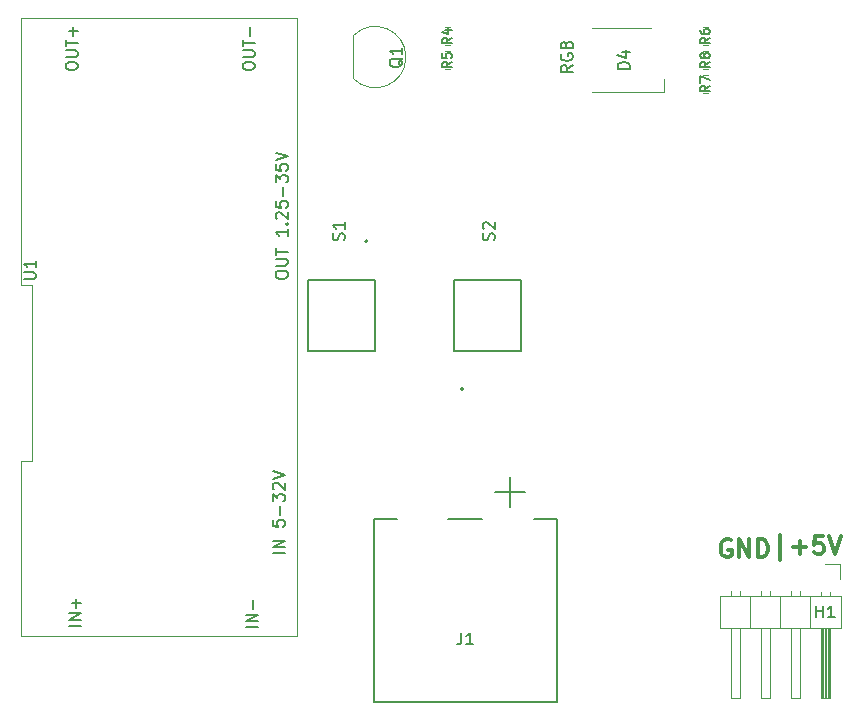
<source format=gbr>
%TF.GenerationSoftware,KiCad,Pcbnew,(5.1.10)-1*%
%TF.CreationDate,2021-10-24T16:06:26+08:00*%
%TF.ProjectId,M1W,4d31572e-6b69-4636-9164-5f7063625858,rev?*%
%TF.SameCoordinates,Original*%
%TF.FileFunction,Legend,Top*%
%TF.FilePolarity,Positive*%
%FSLAX46Y46*%
G04 Gerber Fmt 4.6, Leading zero omitted, Abs format (unit mm)*
G04 Created by KiCad (PCBNEW (5.1.10)-1) date 2021-10-24 16:06:26*
%MOMM*%
%LPD*%
G01*
G04 APERTURE LIST*
%ADD10C,0.150000*%
%ADD11C,0.300000*%
%ADD12C,0.120000*%
%ADD13C,0.127000*%
%ADD14C,0.200000*%
G04 APERTURE END LIST*
D10*
X220670380Y-97464476D02*
X220194190Y-97797809D01*
X220670380Y-98035904D02*
X219670380Y-98035904D01*
X219670380Y-97654952D01*
X219718000Y-97559714D01*
X219765619Y-97512095D01*
X219860857Y-97464476D01*
X220003714Y-97464476D01*
X220098952Y-97512095D01*
X220146571Y-97559714D01*
X220194190Y-97654952D01*
X220194190Y-98035904D01*
X219718000Y-96512095D02*
X219670380Y-96607333D01*
X219670380Y-96750190D01*
X219718000Y-96893047D01*
X219813238Y-96988285D01*
X219908476Y-97035904D01*
X220098952Y-97083523D01*
X220241809Y-97083523D01*
X220432285Y-97035904D01*
X220527523Y-96988285D01*
X220622761Y-96893047D01*
X220670380Y-96750190D01*
X220670380Y-96654952D01*
X220622761Y-96512095D01*
X220575142Y-96464476D01*
X220241809Y-96464476D01*
X220241809Y-96654952D01*
X220146571Y-95702571D02*
X220194190Y-95559714D01*
X220241809Y-95512095D01*
X220337047Y-95464476D01*
X220479904Y-95464476D01*
X220575142Y-95512095D01*
X220622761Y-95559714D01*
X220670380Y-95654952D01*
X220670380Y-96035904D01*
X219670380Y-96035904D01*
X219670380Y-95702571D01*
X219718000Y-95607333D01*
X219765619Y-95559714D01*
X219860857Y-95512095D01*
X219956095Y-95512095D01*
X220051333Y-95559714D01*
X220098952Y-95607333D01*
X220146571Y-95702571D01*
X220146571Y-96035904D01*
D11*
X234061142Y-137680000D02*
X233918285Y-137608571D01*
X233704000Y-137608571D01*
X233489714Y-137680000D01*
X233346857Y-137822857D01*
X233275428Y-137965714D01*
X233204000Y-138251428D01*
X233204000Y-138465714D01*
X233275428Y-138751428D01*
X233346857Y-138894285D01*
X233489714Y-139037142D01*
X233704000Y-139108571D01*
X233846857Y-139108571D01*
X234061142Y-139037142D01*
X234132571Y-138965714D01*
X234132571Y-138465714D01*
X233846857Y-138465714D01*
X234775428Y-139108571D02*
X234775428Y-137608571D01*
X235632571Y-139108571D01*
X235632571Y-137608571D01*
X236346857Y-139108571D02*
X236346857Y-137608571D01*
X236704000Y-137608571D01*
X236918285Y-137680000D01*
X237061142Y-137822857D01*
X237132571Y-137965714D01*
X237204000Y-138251428D01*
X237204000Y-138465714D01*
X237132571Y-138751428D01*
X237061142Y-138894285D01*
X236918285Y-139037142D01*
X236704000Y-139108571D01*
X236346857Y-139108571D01*
X238252285Y-139354571D02*
X238252285Y-137211714D01*
X239323714Y-138283142D02*
X240466571Y-138283142D01*
X239895142Y-138854571D02*
X239895142Y-137711714D01*
X241895142Y-137354571D02*
X241180857Y-137354571D01*
X241109428Y-138068857D01*
X241180857Y-137997428D01*
X241323714Y-137926000D01*
X241680857Y-137926000D01*
X241823714Y-137997428D01*
X241895142Y-138068857D01*
X241966571Y-138211714D01*
X241966571Y-138568857D01*
X241895142Y-138711714D01*
X241823714Y-138783142D01*
X241680857Y-138854571D01*
X241323714Y-138854571D01*
X241180857Y-138783142D01*
X241109428Y-138711714D01*
X242395142Y-137354571D02*
X242895142Y-138854571D01*
X243395142Y-137354571D01*
D12*
%TO.C,R8*%
X231674936Y-96293000D02*
X232129064Y-96293000D01*
X231674936Y-97763000D02*
X232129064Y-97763000D01*
%TO.C,R7*%
X231674936Y-98325000D02*
X232129064Y-98325000D01*
X231674936Y-99795000D02*
X232129064Y-99795000D01*
%TO.C,R6*%
X231674936Y-94261000D02*
X232129064Y-94261000D01*
X231674936Y-95731000D02*
X232129064Y-95731000D01*
%TO.C,R5*%
X209830936Y-96293000D02*
X210285064Y-96293000D01*
X209830936Y-97763000D02*
X210285064Y-97763000D01*
%TO.C,R4*%
X209830936Y-94261000D02*
X210285064Y-94261000D01*
X209830936Y-95731000D02*
X210285064Y-95731000D01*
%TO.C,Q1*%
X202123522Y-98612478D02*
G75*
G03*
X206562000Y-96774000I1838478J1838478D01*
G01*
X202123522Y-94935522D02*
G75*
G02*
X206562000Y-96774000I1838478J-1838478D01*
G01*
X202112000Y-94974000D02*
X202112000Y-98574000D01*
D13*
%TO.C,J1*%
X219332000Y-135914000D02*
X217360000Y-135914000D01*
X203832000Y-135914000D02*
X205804000Y-135914000D01*
X213004000Y-135914000D02*
X210160000Y-135914000D01*
X219332000Y-151384000D02*
X219332000Y-135914000D01*
X203832000Y-135914000D02*
X203835000Y-151384000D01*
X203829000Y-151384000D02*
X219329000Y-151384000D01*
X214122000Y-133604000D02*
X215392000Y-133604000D01*
X215392000Y-133604000D02*
X215392000Y-132334000D01*
X216662000Y-133604000D02*
X215392000Y-133604000D01*
X215392000Y-133604000D02*
X215392000Y-134874000D01*
D12*
%TO.C,H1*%
X243392000Y-142410000D02*
X233112000Y-142410000D01*
X233112000Y-142410000D02*
X233112000Y-145070000D01*
X233112000Y-145070000D02*
X243392000Y-145070000D01*
X243392000Y-145070000D02*
X243392000Y-142410000D01*
X242442000Y-145070000D02*
X242442000Y-151070000D01*
X242442000Y-151070000D02*
X241682000Y-151070000D01*
X241682000Y-151070000D02*
X241682000Y-145070000D01*
X242382000Y-145070000D02*
X242382000Y-151070000D01*
X242262000Y-145070000D02*
X242262000Y-151070000D01*
X242142000Y-145070000D02*
X242142000Y-151070000D01*
X242022000Y-145070000D02*
X242022000Y-151070000D01*
X241902000Y-145070000D02*
X241902000Y-151070000D01*
X241782000Y-145070000D02*
X241782000Y-151070000D01*
X242442000Y-142080000D02*
X242442000Y-142410000D01*
X241682000Y-142080000D02*
X241682000Y-142410000D01*
X240792000Y-142410000D02*
X240792000Y-145070000D01*
X239902000Y-145070000D02*
X239902000Y-151070000D01*
X239902000Y-151070000D02*
X239142000Y-151070000D01*
X239142000Y-151070000D02*
X239142000Y-145070000D01*
X239902000Y-142012929D02*
X239902000Y-142410000D01*
X239142000Y-142012929D02*
X239142000Y-142410000D01*
X238252000Y-142410000D02*
X238252000Y-145070000D01*
X237362000Y-145070000D02*
X237362000Y-151070000D01*
X237362000Y-151070000D02*
X236602000Y-151070000D01*
X236602000Y-151070000D02*
X236602000Y-145070000D01*
X237362000Y-142012929D02*
X237362000Y-142410000D01*
X236602000Y-142012929D02*
X236602000Y-142410000D01*
X235712000Y-142410000D02*
X235712000Y-145070000D01*
X234822000Y-145070000D02*
X234822000Y-151070000D01*
X234822000Y-151070000D02*
X234062000Y-151070000D01*
X234062000Y-151070000D02*
X234062000Y-145070000D01*
X234822000Y-142012929D02*
X234822000Y-142410000D01*
X234062000Y-142012929D02*
X234062000Y-142410000D01*
X242062000Y-139700000D02*
X243332000Y-139700000D01*
X243332000Y-139700000D02*
X243332000Y-140970000D01*
%TO.C,D4*%
X228390000Y-99728000D02*
X222290000Y-99728000D01*
X228390000Y-98628000D02*
X228390000Y-99728000D01*
X222290000Y-94328000D02*
X227290000Y-94328000D01*
D13*
%TO.C,S2*%
X210614000Y-115618000D02*
X216281000Y-115618000D01*
X216281000Y-115618000D02*
X216281000Y-121618000D01*
X216281000Y-121618000D02*
X210614000Y-121618000D01*
X210614000Y-115618000D02*
X210614000Y-121618000D01*
D14*
X211414000Y-124868000D02*
G75*
G03*
X211414000Y-124868000I-100000J0D01*
G01*
D13*
%TO.C,S1*%
X203914000Y-121618000D02*
X198247000Y-121618000D01*
X198247000Y-121618000D02*
X198247000Y-115618000D01*
X198247000Y-115618000D02*
X203914000Y-115618000D01*
X203914000Y-121618000D02*
X203914000Y-115618000D01*
D14*
X203314000Y-112368000D02*
G75*
G03*
X203314000Y-112368000I-100000J0D01*
G01*
D12*
%TO.C,U1*%
X173990000Y-145821000D02*
X197368999Y-145821000D01*
X197368999Y-145821000D02*
X197358000Y-93472000D01*
X197358000Y-93472000D02*
X174001000Y-93472000D01*
X174001000Y-93472000D02*
X173990000Y-116078000D01*
X174879000Y-116078000D02*
X173990000Y-116078000D01*
X174879000Y-116078000D02*
X174879000Y-130937000D01*
X173990000Y-130937000D02*
X174879000Y-130937000D01*
X173990000Y-130937000D02*
X173990000Y-145821000D01*
%TO.C,R8*%
D10*
X232263904Y-97161333D02*
X231882952Y-97428000D01*
X232263904Y-97618476D02*
X231463904Y-97618476D01*
X231463904Y-97313714D01*
X231502000Y-97237523D01*
X231540095Y-97199428D01*
X231616285Y-97161333D01*
X231730571Y-97161333D01*
X231806761Y-97199428D01*
X231844857Y-97237523D01*
X231882952Y-97313714D01*
X231882952Y-97618476D01*
X231806761Y-96704190D02*
X231768666Y-96780380D01*
X231730571Y-96818476D01*
X231654380Y-96856571D01*
X231616285Y-96856571D01*
X231540095Y-96818476D01*
X231502000Y-96780380D01*
X231463904Y-96704190D01*
X231463904Y-96551809D01*
X231502000Y-96475619D01*
X231540095Y-96437523D01*
X231616285Y-96399428D01*
X231654380Y-96399428D01*
X231730571Y-96437523D01*
X231768666Y-96475619D01*
X231806761Y-96551809D01*
X231806761Y-96704190D01*
X231844857Y-96780380D01*
X231882952Y-96818476D01*
X231959142Y-96856571D01*
X232111523Y-96856571D01*
X232187714Y-96818476D01*
X232225809Y-96780380D01*
X232263904Y-96704190D01*
X232263904Y-96551809D01*
X232225809Y-96475619D01*
X232187714Y-96437523D01*
X232111523Y-96399428D01*
X231959142Y-96399428D01*
X231882952Y-96437523D01*
X231844857Y-96475619D01*
X231806761Y-96551809D01*
%TO.C,R7*%
X232263904Y-99193333D02*
X231882952Y-99460000D01*
X232263904Y-99650476D02*
X231463904Y-99650476D01*
X231463904Y-99345714D01*
X231502000Y-99269523D01*
X231540095Y-99231428D01*
X231616285Y-99193333D01*
X231730571Y-99193333D01*
X231806761Y-99231428D01*
X231844857Y-99269523D01*
X231882952Y-99345714D01*
X231882952Y-99650476D01*
X231463904Y-98926666D02*
X231463904Y-98393333D01*
X232263904Y-98736190D01*
%TO.C,R6*%
X232263904Y-95129333D02*
X231882952Y-95396000D01*
X232263904Y-95586476D02*
X231463904Y-95586476D01*
X231463904Y-95281714D01*
X231502000Y-95205523D01*
X231540095Y-95167428D01*
X231616285Y-95129333D01*
X231730571Y-95129333D01*
X231806761Y-95167428D01*
X231844857Y-95205523D01*
X231882952Y-95281714D01*
X231882952Y-95586476D01*
X231463904Y-94443619D02*
X231463904Y-94596000D01*
X231502000Y-94672190D01*
X231540095Y-94710285D01*
X231654380Y-94786476D01*
X231806761Y-94824571D01*
X232111523Y-94824571D01*
X232187714Y-94786476D01*
X232225809Y-94748380D01*
X232263904Y-94672190D01*
X232263904Y-94519809D01*
X232225809Y-94443619D01*
X232187714Y-94405523D01*
X232111523Y-94367428D01*
X231921047Y-94367428D01*
X231844857Y-94405523D01*
X231806761Y-94443619D01*
X231768666Y-94519809D01*
X231768666Y-94672190D01*
X231806761Y-94748380D01*
X231844857Y-94786476D01*
X231921047Y-94824571D01*
%TO.C,R5*%
X210419904Y-97161333D02*
X210038952Y-97428000D01*
X210419904Y-97618476D02*
X209619904Y-97618476D01*
X209619904Y-97313714D01*
X209658000Y-97237523D01*
X209696095Y-97199428D01*
X209772285Y-97161333D01*
X209886571Y-97161333D01*
X209962761Y-97199428D01*
X210000857Y-97237523D01*
X210038952Y-97313714D01*
X210038952Y-97618476D01*
X209619904Y-96437523D02*
X209619904Y-96818476D01*
X210000857Y-96856571D01*
X209962761Y-96818476D01*
X209924666Y-96742285D01*
X209924666Y-96551809D01*
X209962761Y-96475619D01*
X210000857Y-96437523D01*
X210077047Y-96399428D01*
X210267523Y-96399428D01*
X210343714Y-96437523D01*
X210381809Y-96475619D01*
X210419904Y-96551809D01*
X210419904Y-96742285D01*
X210381809Y-96818476D01*
X210343714Y-96856571D01*
%TO.C,R4*%
X210419904Y-95129333D02*
X210038952Y-95396000D01*
X210419904Y-95586476D02*
X209619904Y-95586476D01*
X209619904Y-95281714D01*
X209658000Y-95205523D01*
X209696095Y-95167428D01*
X209772285Y-95129333D01*
X209886571Y-95129333D01*
X209962761Y-95167428D01*
X210000857Y-95205523D01*
X210038952Y-95281714D01*
X210038952Y-95586476D01*
X209886571Y-94443619D02*
X210419904Y-94443619D01*
X209581809Y-94634095D02*
X210153238Y-94824571D01*
X210153238Y-94329333D01*
%TO.C,Q1*%
X206287619Y-96869238D02*
X206240000Y-96964476D01*
X206144761Y-97059714D01*
X206001904Y-97202571D01*
X205954285Y-97297809D01*
X205954285Y-97393047D01*
X206192380Y-97345428D02*
X206144761Y-97440666D01*
X206049523Y-97535904D01*
X205859047Y-97583523D01*
X205525714Y-97583523D01*
X205335238Y-97535904D01*
X205240000Y-97440666D01*
X205192380Y-97345428D01*
X205192380Y-97154952D01*
X205240000Y-97059714D01*
X205335238Y-96964476D01*
X205525714Y-96916857D01*
X205859047Y-96916857D01*
X206049523Y-96964476D01*
X206144761Y-97059714D01*
X206192380Y-97154952D01*
X206192380Y-97345428D01*
X206192380Y-95964476D02*
X206192380Y-96535904D01*
X206192380Y-96250190D02*
X205192380Y-96250190D01*
X205335238Y-96345428D01*
X205430476Y-96440666D01*
X205478095Y-96535904D01*
%TO.C,J1*%
X211248519Y-145502139D02*
X211248519Y-146216740D01*
X211200879Y-146359660D01*
X211105599Y-146454940D01*
X210962679Y-146502580D01*
X210867399Y-146502580D01*
X212248960Y-146502580D02*
X211677280Y-146502580D01*
X211963120Y-146502580D02*
X211963120Y-145502139D01*
X211867840Y-145645059D01*
X211772560Y-145740339D01*
X211677280Y-145787979D01*
%TO.C,H1*%
X241300095Y-144216380D02*
X241300095Y-143216380D01*
X241300095Y-143692571D02*
X241871523Y-143692571D01*
X241871523Y-144216380D02*
X241871523Y-143216380D01*
X242871523Y-144216380D02*
X242300095Y-144216380D01*
X242585809Y-144216380D02*
X242585809Y-143216380D01*
X242490571Y-143359238D01*
X242395333Y-143454476D01*
X242300095Y-143502095D01*
%TO.C,D4*%
X225496380Y-97766095D02*
X224496380Y-97766095D01*
X224496380Y-97528000D01*
X224544000Y-97385142D01*
X224639238Y-97289904D01*
X224734476Y-97242285D01*
X224924952Y-97194666D01*
X225067809Y-97194666D01*
X225258285Y-97242285D01*
X225353523Y-97289904D01*
X225448761Y-97385142D01*
X225496380Y-97528000D01*
X225496380Y-97766095D01*
X224829714Y-96337523D02*
X225496380Y-96337523D01*
X224448761Y-96575619D02*
X225163047Y-96813714D01*
X225163047Y-96194666D01*
%TO.C,S2*%
X214018761Y-112267904D02*
X214066380Y-112125047D01*
X214066380Y-111886952D01*
X214018761Y-111791714D01*
X213971142Y-111744095D01*
X213875904Y-111696476D01*
X213780666Y-111696476D01*
X213685428Y-111744095D01*
X213637809Y-111791714D01*
X213590190Y-111886952D01*
X213542571Y-112077428D01*
X213494952Y-112172666D01*
X213447333Y-112220285D01*
X213352095Y-112267904D01*
X213256857Y-112267904D01*
X213161619Y-112220285D01*
X213114000Y-112172666D01*
X213066380Y-112077428D01*
X213066380Y-111839333D01*
X213114000Y-111696476D01*
X213161619Y-111315523D02*
X213114000Y-111267904D01*
X213066380Y-111172666D01*
X213066380Y-110934571D01*
X213114000Y-110839333D01*
X213161619Y-110791714D01*
X213256857Y-110744095D01*
X213352095Y-110744095D01*
X213494952Y-110791714D01*
X214066380Y-111363142D01*
X214066380Y-110744095D01*
%TO.C,S1*%
X201318761Y-112267904D02*
X201366380Y-112125047D01*
X201366380Y-111886952D01*
X201318761Y-111791714D01*
X201271142Y-111744095D01*
X201175904Y-111696476D01*
X201080666Y-111696476D01*
X200985428Y-111744095D01*
X200937809Y-111791714D01*
X200890190Y-111886952D01*
X200842571Y-112077428D01*
X200794952Y-112172666D01*
X200747333Y-112220285D01*
X200652095Y-112267904D01*
X200556857Y-112267904D01*
X200461619Y-112220285D01*
X200414000Y-112172666D01*
X200366380Y-112077428D01*
X200366380Y-111839333D01*
X200414000Y-111696476D01*
X201366380Y-110744095D02*
X201366380Y-111315523D01*
X201366380Y-111029809D02*
X200366380Y-111029809D01*
X200509238Y-111125047D01*
X200604476Y-111220285D01*
X200652095Y-111315523D01*
%TO.C,U1*%
X174204380Y-115569904D02*
X175013904Y-115569904D01*
X175109142Y-115522285D01*
X175156761Y-115474666D01*
X175204380Y-115379428D01*
X175204380Y-115188952D01*
X175156761Y-115093714D01*
X175109142Y-115046095D01*
X175013904Y-114998476D01*
X174204380Y-114998476D01*
X175204380Y-113998476D02*
X175204380Y-114569904D01*
X175204380Y-114284190D02*
X174204380Y-114284190D01*
X174347238Y-114379428D01*
X174442476Y-114474666D01*
X174490095Y-114569904D01*
X195540380Y-115283619D02*
X195540380Y-115093142D01*
X195588000Y-114997904D01*
X195683238Y-114902666D01*
X195873714Y-114855047D01*
X196207047Y-114855047D01*
X196397523Y-114902666D01*
X196492761Y-114997904D01*
X196540380Y-115093142D01*
X196540380Y-115283619D01*
X196492761Y-115378857D01*
X196397523Y-115474095D01*
X196207047Y-115521714D01*
X195873714Y-115521714D01*
X195683238Y-115474095D01*
X195588000Y-115378857D01*
X195540380Y-115283619D01*
X195540380Y-114426476D02*
X196349904Y-114426476D01*
X196445142Y-114378857D01*
X196492761Y-114331238D01*
X196540380Y-114236000D01*
X196540380Y-114045523D01*
X196492761Y-113950285D01*
X196445142Y-113902666D01*
X196349904Y-113855047D01*
X195540380Y-113855047D01*
X195540380Y-113521714D02*
X195540380Y-112950285D01*
X196540380Y-113236000D02*
X195540380Y-113236000D01*
X196540380Y-111331238D02*
X196540380Y-111902666D01*
X196540380Y-111616952D02*
X195540380Y-111616952D01*
X195683238Y-111712190D01*
X195778476Y-111807428D01*
X195826095Y-111902666D01*
X196445142Y-110902666D02*
X196492761Y-110855047D01*
X196540380Y-110902666D01*
X196492761Y-110950285D01*
X196445142Y-110902666D01*
X196540380Y-110902666D01*
X195635619Y-110474095D02*
X195588000Y-110426476D01*
X195540380Y-110331238D01*
X195540380Y-110093142D01*
X195588000Y-109997904D01*
X195635619Y-109950285D01*
X195730857Y-109902666D01*
X195826095Y-109902666D01*
X195968952Y-109950285D01*
X196540380Y-110521714D01*
X196540380Y-109902666D01*
X195540380Y-108997904D02*
X195540380Y-109474095D01*
X196016571Y-109521714D01*
X195968952Y-109474095D01*
X195921333Y-109378857D01*
X195921333Y-109140761D01*
X195968952Y-109045523D01*
X196016571Y-108997904D01*
X196111809Y-108950285D01*
X196349904Y-108950285D01*
X196445142Y-108997904D01*
X196492761Y-109045523D01*
X196540380Y-109140761D01*
X196540380Y-109378857D01*
X196492761Y-109474095D01*
X196445142Y-109521714D01*
X196159428Y-108521714D02*
X196159428Y-107759809D01*
X195540380Y-107378857D02*
X195540380Y-106759809D01*
X195921333Y-107093142D01*
X195921333Y-106950285D01*
X195968952Y-106855047D01*
X196016571Y-106807428D01*
X196111809Y-106759809D01*
X196349904Y-106759809D01*
X196445142Y-106807428D01*
X196492761Y-106855047D01*
X196540380Y-106950285D01*
X196540380Y-107236000D01*
X196492761Y-107331238D01*
X196445142Y-107378857D01*
X195540380Y-105855047D02*
X195540380Y-106331238D01*
X196016571Y-106378857D01*
X195968952Y-106331238D01*
X195921333Y-106236000D01*
X195921333Y-105997904D01*
X195968952Y-105902666D01*
X196016571Y-105855047D01*
X196111809Y-105807428D01*
X196349904Y-105807428D01*
X196445142Y-105855047D01*
X196492761Y-105902666D01*
X196540380Y-105997904D01*
X196540380Y-106236000D01*
X196492761Y-106331238D01*
X196445142Y-106378857D01*
X195540380Y-105521714D02*
X196540380Y-105188380D01*
X195540380Y-104855047D01*
X196286380Y-138762952D02*
X195286380Y-138762952D01*
X196286380Y-138286761D02*
X195286380Y-138286761D01*
X196286380Y-137715333D01*
X195286380Y-137715333D01*
X195286380Y-136001047D02*
X195286380Y-136477238D01*
X195762571Y-136524857D01*
X195714952Y-136477238D01*
X195667333Y-136382000D01*
X195667333Y-136143904D01*
X195714952Y-136048666D01*
X195762571Y-136001047D01*
X195857809Y-135953428D01*
X196095904Y-135953428D01*
X196191142Y-136001047D01*
X196238761Y-136048666D01*
X196286380Y-136143904D01*
X196286380Y-136382000D01*
X196238761Y-136477238D01*
X196191142Y-136524857D01*
X195905428Y-135524857D02*
X195905428Y-134762952D01*
X195286380Y-134382000D02*
X195286380Y-133762952D01*
X195667333Y-134096285D01*
X195667333Y-133953428D01*
X195714952Y-133858190D01*
X195762571Y-133810571D01*
X195857809Y-133762952D01*
X196095904Y-133762952D01*
X196191142Y-133810571D01*
X196238761Y-133858190D01*
X196286380Y-133953428D01*
X196286380Y-134239142D01*
X196238761Y-134334380D01*
X196191142Y-134382000D01*
X195381619Y-133382000D02*
X195334000Y-133334380D01*
X195286380Y-133239142D01*
X195286380Y-133001047D01*
X195334000Y-132905809D01*
X195381619Y-132858190D01*
X195476857Y-132810571D01*
X195572095Y-132810571D01*
X195714952Y-132858190D01*
X196286380Y-133429619D01*
X196286380Y-132810571D01*
X195286380Y-132524857D02*
X196286380Y-132191523D01*
X195286380Y-131858190D01*
X192746380Y-97631047D02*
X192746380Y-97440571D01*
X192794000Y-97345333D01*
X192889238Y-97250095D01*
X193079714Y-97202476D01*
X193413047Y-97202476D01*
X193603523Y-97250095D01*
X193698761Y-97345333D01*
X193746380Y-97440571D01*
X193746380Y-97631047D01*
X193698761Y-97726285D01*
X193603523Y-97821523D01*
X193413047Y-97869142D01*
X193079714Y-97869142D01*
X192889238Y-97821523D01*
X192794000Y-97726285D01*
X192746380Y-97631047D01*
X192746380Y-96773904D02*
X193555904Y-96773904D01*
X193651142Y-96726285D01*
X193698761Y-96678666D01*
X193746380Y-96583428D01*
X193746380Y-96392952D01*
X193698761Y-96297714D01*
X193651142Y-96250095D01*
X193555904Y-96202476D01*
X192746380Y-96202476D01*
X192746380Y-95869142D02*
X192746380Y-95297714D01*
X193746380Y-95583428D02*
X192746380Y-95583428D01*
X193365428Y-94964380D02*
X193365428Y-94202476D01*
X177760380Y-97631047D02*
X177760380Y-97440571D01*
X177808000Y-97345333D01*
X177903238Y-97250095D01*
X178093714Y-97202476D01*
X178427047Y-97202476D01*
X178617523Y-97250095D01*
X178712761Y-97345333D01*
X178760380Y-97440571D01*
X178760380Y-97631047D01*
X178712761Y-97726285D01*
X178617523Y-97821523D01*
X178427047Y-97869142D01*
X178093714Y-97869142D01*
X177903238Y-97821523D01*
X177808000Y-97726285D01*
X177760380Y-97631047D01*
X177760380Y-96773904D02*
X178569904Y-96773904D01*
X178665142Y-96726285D01*
X178712761Y-96678666D01*
X178760380Y-96583428D01*
X178760380Y-96392952D01*
X178712761Y-96297714D01*
X178665142Y-96250095D01*
X178569904Y-96202476D01*
X177760380Y-96202476D01*
X177760380Y-95869142D02*
X177760380Y-95297714D01*
X178760380Y-95583428D02*
X177760380Y-95583428D01*
X178379428Y-94964380D02*
X178379428Y-94202476D01*
X178760380Y-94583428D02*
X177998476Y-94583428D01*
X194000380Y-145033857D02*
X193000380Y-145033857D01*
X194000380Y-144557666D02*
X193000380Y-144557666D01*
X194000380Y-143986238D01*
X193000380Y-143986238D01*
X193619428Y-143510047D02*
X193619428Y-142748142D01*
X179014380Y-144906857D02*
X178014380Y-144906857D01*
X179014380Y-144430666D02*
X178014380Y-144430666D01*
X179014380Y-143859238D01*
X178014380Y-143859238D01*
X178633428Y-143383047D02*
X178633428Y-142621142D01*
X179014380Y-143002095D02*
X178252476Y-143002095D01*
%TD*%
M02*

</source>
